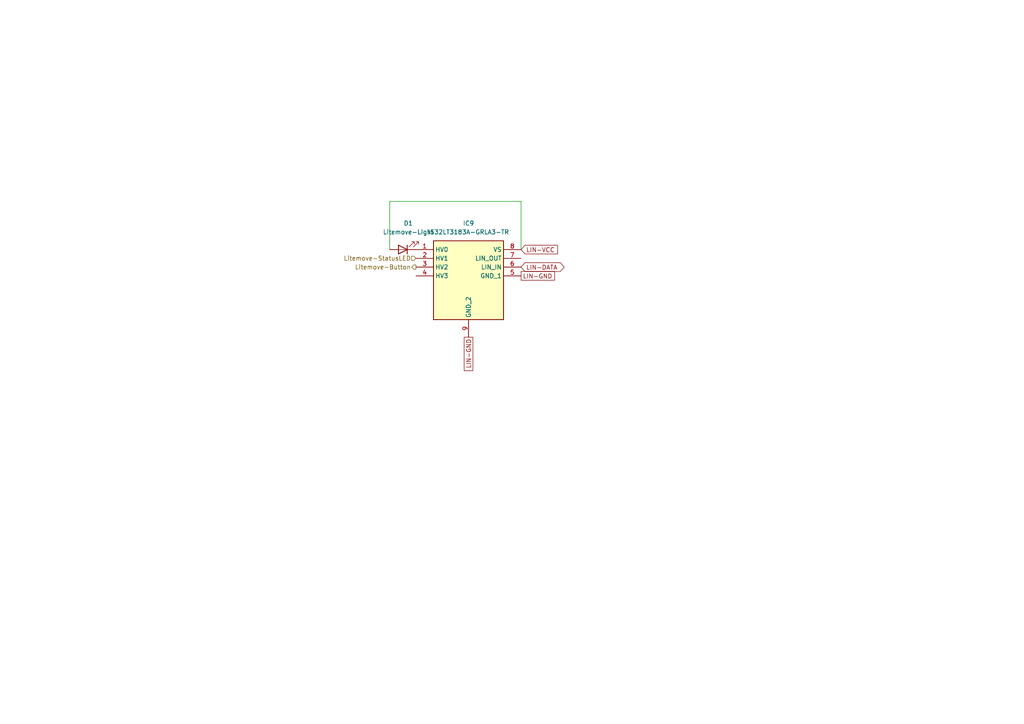
<source format=kicad_sch>
(kicad_sch (version 20250114) (generator "eeschema") (generator_version "9.0")
  (paper "A4")
  (lib_symbols
    (symbol "Device:LED" (pin_numbers (hide yes)) (pin_names (offset 1.016) (hide yes))
      (property "Reference" "D" (at 0 2.54 0))
      (property "Value" "LED" (at 0 -2.54 0))
      (symbol "LED_0_1"
        (polyline (pts (xy -3.048 -0.762) (xy -4.572 -2.286) (xy -3.81 -2.286) (xy -4.572 -2.286) (xy -4.572 -1.524)))
        (polyline (pts (xy -1.778 -0.762) (xy -3.302 -2.286) (xy -2.54 -2.286) (xy -3.302 -2.286) (xy -3.302 -1.524)))
        (polyline (pts (xy -1.27 0) (xy 1.27 0)))
        (polyline (pts (xy -1.27 -1.27) (xy -1.27 1.27)) (stroke (width 0.254)))
        (polyline (pts (xy 1.27 -1.27) (xy 1.27 1.27) (xy -1.27 0) (xy 1.27 -1.27)) (stroke (width 0.254)))
      )
      (symbol "LED_1_1"
        (pin passive line (at -3.81 0 0) (length 2.54) (name "K") (number "1"))
        (pin passive line (at 3.81 0 180) (length 2.54) (name "A") (number "2"))
      )
    )
    (symbol "SamacSys_Parts:IS32LT3183A-GRLA3-TR"
      (property "Reference" "IC" (at 26.67 7.62 0))
      (property "Value" "IS32LT3183A-GRLA3-TR" (at 26.67 5.08 0))
      (symbol "IS32LT3183A-GRLA3-TR_1_1"
        (rectangle (start 5.08 2.54) (end 25.4 -20.32) (stroke (width 0.254)) (fill (type background)))
        (pin passive line (at 0 0 0) (length 5.08) (name "HV0") (number "1"))
        (pin passive line (at 0 -2.54 0) (length 5.08) (name "HV1") (number "2"))
        (pin passive line (at 0 -5.08 0) (length 5.08) (name "HV2") (number "3"))
        (pin passive line (at 0 -7.62 0) (length 5.08) (name "HV3") (number "4"))
        (pin passive line (at 15.24 -25.4 90) (length 5.08) (name "GND_2") (number "9"))
        (pin passive line (at 30.48 0 180) (length 5.08) (name "VS") (number "8"))
        (pin passive line (at 30.48 -2.54 180) (length 5.08) (name "LIN_OUT") (number "7"))
        (pin passive line (at 30.48 -5.08 180) (length 5.08) (name "LIN_IN") (number "6"))
        (pin passive line (at 30.48 -7.62 180) (length 5.08) (name "GND_1") (number "5"))
      )
    )
  )
  (wire (pts (xy 113.03 58.42) (xy 151.13 58.42)))
  (wire (pts (xy 151.13 58.42) (xy 151.13 72.39)))
  (wire (pts (xy 113.03 72.39) (xy 113.03 58.42)))
  (global_label "LIN-GND" (shape passive) (at 151.13 80.01 0) (property "Intersheetrefs" "${INTERSHEET_REFS}" (effects (hide yes))))
  (global_label "LIN-DATA" (shape bidirectional) (at 151.13 77.47 0) (property "Intersheetrefs" "${INTERSHEET_REFS}" (effects (hide yes))))
  (global_label "LIN-VCC" (shape input) (at 151.13 72.39 0) (property "Intersheetrefs" "${INTERSHEET_REFS}" (effects (hide yes))))
  (global_label "LIN-GND" (shape passive) (at 135.89 97.79 270) (property "Intersheetrefs" "${INTERSHEET_REFS}" (effects (hide yes))))
  (hierarchical_label "Litemove-Button" (shape output) (at 120.65 77.47 180))
  (hierarchical_label "Litemove-StatusLED" (shape input) (at 120.65 74.93 180))
  (symbol (lib_id "Device:LED") (at 116.84 72.39 180) (unit 1)
    (property "Reference" "D1" (at 118.4275 64.77 0))
    (property "Value" "Litemove-Light" (at 118.4275 67.31 0))
    (property "Description" "Light emitting diode" (effects (hide yes)))
    (property "Sim.Pins" "1=K 2=A" (effects (hide yes)))
  )
  (symbol (lib_id "SamacSys_Parts:IS32LT3183A-GRLA3-TR") (at 120.65 72.39 0) (unit 1)
    (property "Reference" "IC9" (at 135.89 64.77 0))
    (property "Value" "IS32LT3183A-GRLA3-TR" (at 135.89 67.31 0))
    (property "Footprint" "SOIC127P600X170-9N" (effects (hide yes)))
    (property "Datasheet" "https://www.lumissil.com/assets/pdf/core/IS32LT3183A_DS.pdf" (effects (hide yes)))
    (property "Description" "CI excitador de LED 4 Sada Linear Corrente constante IC, SPI Dimming 60mA 8-SOP-EP" (effects (hide yes)))
    (property "Height" "1.7" (effects (hide yes)))
    (property "Manufacturer_Name" "Lumissil Microsystems" (effects (hide yes)))
    (property "Manufacturer_Part_Number" "IS32LT3183A-GRLA3-TR" (effects (hide yes)))
    (property "Mouser Part Number" "870-32LT3183AGRLA3TR" (effects (hide yes)))
    (property "Mouser Price/Stock" "https://www.mouser.co.uk/ProductDetail/Lumissil/IS32LT3183A-GRLA3-TR?qs=rQFj71Wb1eVHdDxSbYxj3w%3D%3D" (effects (hide yes)))
  )
)
</source>
